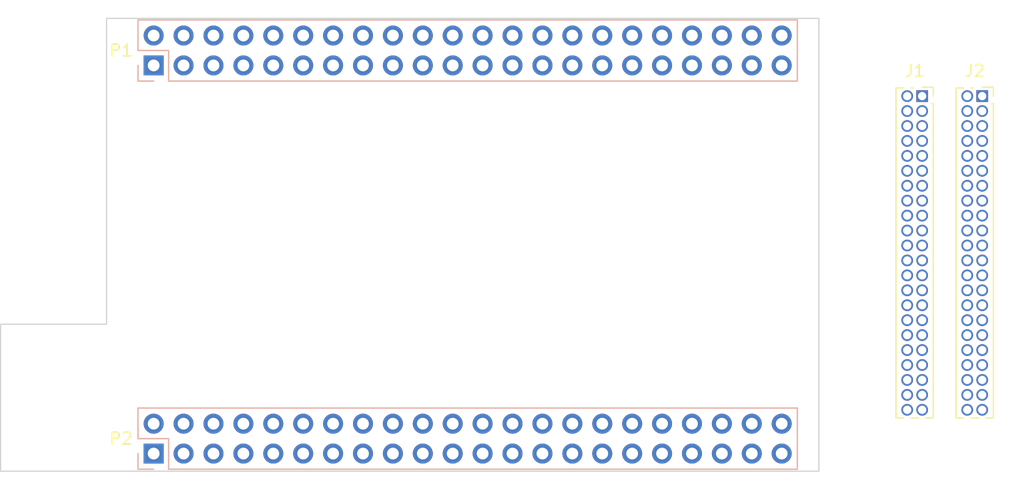
<source format=kicad_pcb>
(kicad_pcb (version 20241229) (generator "pcbnew") (generator_version "9.0")
  (layers (0 "F.Cu" signal) (2 "B.Cu" signal) (13 "F.Paste" user) (15 "B.Paste" user) (5 "F.SilkS" user "F.Silkscreen") (7 "B.SilkS" user "B.Silkscreen") (1 "F.Mask" user) (3 "B.Mask" user) (25 "Edge.Cuts" user))
  (net 0 "")
  (net 2 "GND")
  (net 15 "VCC")
  (net 79 "P77")
  (net 80 "P76")
  (net 81 "P3")
  (net 82 "P85")
  (net 83 "P83")
  (net 84 "P97")
  (net 85 "P17")
  (net 86 "P5")
  (net 87 "P6")
  (net 88 "P82")
  (net 89 "P2")
  (net 90 "P75")
  (net 91 "P96")
  (net 92 "P86")
  (net 93 "P78")
  (net 94 "P84")
  (net 95 "P19")
  (net 96 "P100")
  (net 97 "P21")
  (net 98 "P88")
  (net 99 "P92")
  (net 100 "P20")
  (net 101 "P15")
  (net 102 "P98")
  (net 103 "P8")
  (net 104 "P74")
  (net 105 "P87")
  (net 106 "P90")
  (net 107 "P4")
  (net 108 "P12")
  (net 109 "P18")
  (net 110 "P16")
  (net 111 "P89")
  (net 112 "P14")
  (net 113 "P81")
  (net 114 "P7")
  (net 115 "P1")
  (net 116 "P91")
  (net 117 "P99")
  (net 118 "P95")
  (net 119 "P69")
  (net 120 "P40")
  (net 121 "P39")
  (net 122 "P27")
  (net 123 "P48")
  (net 124 "P42")
  (net 125 "P44")
  (net 126 "P62")
  (net 127 "P47")
  (net 128 "P52")
  (net 129 "P59")
  (net 130 "P51")
  (net 131 "P34")
  (net 132 "P33")
  (net 133 "P36")
  (net 134 "P67")
  (net 135 "P35")
  (net 136 "P57")
  (net 137 "P28")
  (net 138 "P26")
  (net 139 "P41")
  (net 140 "P56")
  (net 141 "P53")
  (net 142 "P37")
  (net 143 "P72")
  (net 144 "P73")
  (net 145 "P49")
  (net 146 "P66")
  (net 147 "P38")
  (net 148 "P70")
  (net 149 "P71")
  (net 150 "P29")
  (net 151 "P30")
  (net 152 "P68")
  (net 153 "P43")
  (net 154 "P58")
  (net 155 "P50")
  (net 156 "P55")
  (net 157 "P54")
  (net 158 "P64")
  (footprint "Connector_PinSocket_1.27mm:PinSocket_2x22_P1.27mm_Vertical" (layer "F.Cu") (at 128.27 118.11)
    (property "Reference" "J1" (at -0.635 -2.135 0) (layer "F.SilkS"))
    (property "Value" "Conn_2x22")
    (fp_line (start -2.22 -0.695) (end -2.22 27.365) (stroke (width 0.12)) (layer "F.SilkS"))
    (fp_line (start -2.22 -0.695) (end -1.57753 -0.695) (stroke (width 0.12)) (layer "F.SilkS"))
    (fp_line (start -2.22 27.365) (end -1.57753 27.365) (stroke (width 0.12)) (layer "F.SilkS"))
    (fp_line (start -0.96247 -0.695) (end -0.76 -0.695) (stroke (width 0.12)) (layer "F.SilkS"))
    (fp_line (start -0.96247 27.365) (end -0.30753 27.365) (stroke (width 0.12)) (layer "F.SilkS"))
    (fp_line (start 0 -0.76) (end 0.95 -0.76) (stroke (width 0.12)) (layer "F.SilkS"))
    (fp_line (start 0.30753 27.365) (end 0.95 27.365) (stroke (width 0.12)) (layer "F.SilkS"))
    (fp_line (start 0.76 0.635) (end 0.95 0.635) (stroke (width 0.12)) (layer "F.SilkS"))
    (fp_line (start 0.95 -0.76) (end 0.95 0) (stroke (width 0.12)) (layer "F.SilkS"))
    (fp_line (start 0.95 0.635) (end 0.95 27.365) (stroke (width 0.12)) (layer "F.SilkS"))
    (pad "1" thru_hole rect (at 0 0) (size 1 1) (drill 0.7) (layers "*.Cu" "*.Mask") (net 15 "VCC"))
    (pad "2" thru_hole circle (at -1.27 0) (size 1 1) (drill 0.7) (layers "*.Cu" "*.Mask") (net 2 "GND"))
    (pad "3" thru_hole circle (at 0 1.27) (size 1 1) (drill 0.7) (layers "*.Cu" "*.Mask") (net 97 "P21"))
    (pad "4" thru_hole circle (at -1.27 1.27) (size 1 1) (drill 0.7) (layers "*.Cu" "*.Mask") (net 100 "P20"))
    (pad "5" thru_hole circle (at 0 2.54) (size 1 1) (drill 0.7) (layers "*.Cu" "*.Mask") (net 95 "P19"))
    (pad "6" thru_hole circle (at -1.27 2.54) (size 1 1) (drill 0.7) (layers "*.Cu" "*.Mask") (net 109 "P18"))
    (pad "7" thru_hole circle (at 0 3.81) (size 1 1) (drill 0.7) (layers "*.Cu" "*.Mask") (net 85 "P17"))
    (pad "8" thru_hole circle (at -1.27 3.81) (size 1 1) (drill 0.7) (layers "*.Cu" "*.Mask") (net 110 "P16"))
    (pad "9" thru_hole circle (at 0 5.08) (size 1 1) (drill 0.7) (layers "*.Cu" "*.Mask") (net 101 "P15"))
    (pad "10" thru_hole circle (at -1.27 5.08) (size 1 1) (drill 0.7) (layers "*.Cu" "*.Mask") (net 112 "P14"))
    (pad "11" thru_hole circle (at 0 6.35) (size 1 1) (drill 0.7) (layers "*.Cu" "*.Mask") (net 108 "P12"))
    (pad "12" thru_hole circle (at -1.27 6.35) (size 1 1) (drill 0.7) (layers "*.Cu" "*.Mask") (net 103 "P8"))
    (pad "13" thru_hole circle (at 0 7.62) (size 1 1) (drill 0.7) (layers "*.Cu" "*.Mask") (net 114 "P7"))
    (pad "14" thru_hole circle (at -1.27 7.62) (size 1 1) (drill 0.7) (layers "*.Cu" "*.Mask") (net 87 "P6"))
    (pad "15" thru_hole circle (at 0 8.89) (size 1 1) (drill 0.7) (layers "*.Cu" "*.Mask") (net 86 "P5"))
    (pad "16" thru_hole circle (at -1.27 8.89) (size 1 1) (drill 0.7) (layers "*.Cu" "*.Mask") (net 107 "P4"))
    (pad "17" thru_hole circle (at 0 10.16) (size 1 1) (drill 0.7) (layers "*.Cu" "*.Mask") (net 81 "P3"))
    (pad "18" thru_hole circle (at -1.27 10.16) (size 1 1) (drill 0.7) (layers "*.Cu" "*.Mask") (net 89 "P2"))
    (pad "19" thru_hole circle (at 0 11.43) (size 1 1) (drill 0.7) (layers "*.Cu" "*.Mask") (net 115 "P1"))
    (pad "20" thru_hole circle (at -1.27 11.43) (size 1 1) (drill 0.7) (layers "*.Cu" "*.Mask") (net 96 "P100"))
    (pad "21" thru_hole circle (at 0 12.7) (size 1 1) (drill 0.7) (layers "*.Cu" "*.Mask") (net 117 "P99"))
    (pad "22" thru_hole circle (at -1.27 12.7) (size 1 1) (drill 0.7) (layers "*.Cu" "*.Mask") (net 102 "P98"))
    (pad "23" thru_hole circle (at 0 13.97) (size 1 1) (drill 0.7) (layers "*.Cu" "*.Mask") (net 84 "P97"))
    (pad "24" thru_hole circle (at -1.27 13.97) (size 1 1) (drill 0.7) (layers "*.Cu" "*.Mask") (net 91 "P96"))
    (pad "25" thru_hole circle (at 0 15.24) (size 1 1) (drill 0.7) (layers "*.Cu" "*.Mask") (net 118 "P95"))
    (pad "26" thru_hole circle (at -1.27 15.24) (size 1 1) (drill 0.7) (layers "*.Cu" "*.Mask") (net 99 "P92"))
    (pad "27" thru_hole circle (at 0 16.51) (size 1 1) (drill 0.7) (layers "*.Cu" "*.Mask") (net 116 "P91"))
    (pad "28" thru_hole circle (at -1.27 16.51) (size 1 1) (drill 0.7) (layers "*.Cu" "*.Mask") (net 106 "P90"))
    (pad "29" thru_hole circle (at 0 17.78) (size 1 1) (drill 0.7) (layers "*.Cu" "*.Mask") (net 111 "P89"))
    (pad "30" thru_hole circle (at -1.27 17.78) (size 1 1) (drill 0.7) (layers "*.Cu" "*.Mask") (net 98 "P88"))
    (pad "31" thru_hole circle (at 0 19.05) (size 1 1) (drill 0.7) (layers "*.Cu" "*.Mask") (net 105 "P87"))
    (pad "32" thru_hole circle (at -1.27 19.05) (size 1 1) (drill 0.7) (layers "*.Cu" "*.Mask") (net 92 "P86"))
    (pad "33" thru_hole circle (at 0 20.32) (size 1 1) (drill 0.7) (layers "*.Cu" "*.Mask") (net 82 "P85"))
    (pad "34" thru_hole circle (at -1.27 20.32) (size 1 1) (drill 0.7) (layers "*.Cu" "*.Mask") (net 94 "P84"))
    (pad "35" thru_hole circle (at 0 21.59) (size 1 1) (drill 0.7) (layers "*.Cu" "*.Mask") (net 83 "P83"))
    (pad "36" thru_hole circle (at -1.27 21.59) (size 1 1) (drill 0.7) (layers "*.Cu" "*.Mask") (net 88 "P82"))
    (pad "37" thru_hole circle (at 0 22.86) (size 1 1) (drill 0.7) (layers "*.Cu" "*.Mask") (net 113 "P81"))
    (pad "38" thru_hole circle (at -1.27 22.86) (size 1 1) (drill 0.7) (layers "*.Cu" "*.Mask") (net 93 "P78"))
    (pad "39" thru_hole circle (at 0 24.13) (size 1 1) (drill 0.7) (layers "*.Cu" "*.Mask") (net 79 "P77"))
    (pad "40" thru_hole circle (at -1.27 24.13) (size 1 1) (drill 0.7) (layers "*.Cu" "*.Mask") (net 80 "P76"))
    (pad "41" thru_hole circle (at 0 25.4) (size 1 1) (drill 0.7) (layers "*.Cu" "*.Mask") (net 90 "P75"))
    (pad "42" thru_hole circle (at -1.27 25.4) (size 1 1) (drill 0.7) (layers "*.Cu" "*.Mask") (net 104 "P74"))
    (pad "43" thru_hole circle (at 0 26.67) (size 1 1) (drill 0.7) (layers "*.Cu" "*.Mask") (net 2 "GND"))
    (pad "44" thru_hole circle (at -1.27 26.67) (size 1 1) (drill 0.7) (layers "*.Cu" "*.Mask") (net 2 "GND"))
  )
  (footprint "Connector_PinSocket_1.27mm:PinSocket_2x22_P1.27mm_Vertical" (layer "F.Cu") (at 133.37 118.11)
    (property "Reference" "J2" (at -0.635 -2.135 0) (layer "F.SilkS"))
    (property "Value" "Conn_2x22")
    (fp_line (start -2.22 -0.695) (end -2.22 27.365) (stroke (width 0.12)) (layer "F.SilkS"))
    (fp_line (start -2.22 -0.695) (end -1.57753 -0.695) (stroke (width 0.12)) (layer "F.SilkS"))
    (fp_line (start -2.22 27.365) (end -1.57753 27.365) (stroke (width 0.12)) (layer "F.SilkS"))
    (fp_line (start -0.96247 -0.695) (end -0.76 -0.695) (stroke (width 0.12)) (layer "F.SilkS"))
    (fp_line (start -0.96247 27.365) (end -0.30753 27.365) (stroke (width 0.12)) (layer "F.SilkS"))
    (fp_line (start 0 -0.76) (end 0.95 -0.76) (stroke (width 0.12)) (layer "F.SilkS"))
    (fp_line (start 0.30753 27.365) (end 0.95 27.365) (stroke (width 0.12)) (layer "F.SilkS"))
    (fp_line (start 0.76 0.635) (end 0.95 0.635) (stroke (width 0.12)) (layer "F.SilkS"))
    (fp_line (start 0.95 -0.76) (end 0.95 0) (stroke (width 0.12)) (layer "F.SilkS"))
    (fp_line (start 0.95 0.635) (end 0.95 27.365) (stroke (width 0.12)) (layer "F.SilkS"))
    (pad "1" thru_hole rect (at 0 0) (size 1 1) (drill 0.7) (layers "*.Cu" "*.Mask") (net 15 "VCC"))
    (pad "2" thru_hole circle (at -1.27 0) (size 1 1) (drill 0.7) (layers "*.Cu" "*.Mask") (net 2 "GND"))
    (pad "3" thru_hole circle (at 0 1.27) (size 1 1) (drill 0.7) (layers "*.Cu" "*.Mask") (net 138 "P26"))
    (pad "4" thru_hole circle (at -1.27 1.27) (size 1 1) (drill 0.7) (layers "*.Cu" "*.Mask") (net 122 "P27"))
    (pad "5" thru_hole circle (at 0 2.54) (size 1 1) (drill 0.7) (layers "*.Cu" "*.Mask") (net 137 "P28"))
    (pad "6" thru_hole circle (at -1.27 2.54) (size 1 1) (drill 0.7) (layers "*.Cu" "*.Mask") (net 150 "P29"))
    (pad "7" thru_hole circle (at 0 3.81) (size 1 1) (drill 0.7) (layers "*.Cu" "*.Mask") (net 151 "P30"))
    (pad "8" thru_hole circle (at -1.27 3.81) (size 1 1) (drill 0.7) (layers "*.Cu" "*.Mask") (net 132 "P33"))
    (pad "9" thru_hole circle (at 0 5.08) (size 1 1) (drill 0.7) (layers "*.Cu" "*.Mask") (net 131 "P34"))
    (pad "10" thru_hole circle (at -1.27 5.08) (size 1 1) (drill 0.7) (layers "*.Cu" "*.Mask") (net 135 "P35"))
    (pad "11" thru_hole circle (at 0 6.35) (size 1 1) (drill 0.7) (layers "*.Cu" "*.Mask") (net 133 "P36"))
    (pad "12" thru_hole circle (at -1.27 6.35) (size 1 1) (drill 0.7) (layers "*.Cu" "*.Mask") (net 142 "P37"))
    (pad "13" thru_hole circle (at 0 7.62) (size 1 1) (drill 0.7) (layers "*.Cu" "*.Mask") (net 147 "P38"))
    (pad "14" thru_hole circle (at -1.27 7.62) (size 1 1) (drill 0.7) (layers "*.Cu" "*.Mask") (net 121 "P39"))
    (pad "15" thru_hole circle (at 0 8.89) (size 1 1) (drill 0.7) (layers "*.Cu" "*.Mask") (net 120 "P40"))
    (pad "16" thru_hole circle (at -1.27 8.89) (size 1 1) (drill 0.7) (layers "*.Cu" "*.Mask") (net 139 "P41"))
    (pad "17" thru_hole circle (at 0 10.16) (size 1 1) (drill 0.7) (layers "*.Cu" "*.Mask") (net 124 "P42"))
    (pad "18" thru_hole circle (at -1.27 10.16) (size 1 1) (drill 0.7) (layers "*.Cu" "*.Mask") (net 153 "P43"))
    (pad "19" thru_hole circle (at 0 11.43) (size 1 1) (drill 0.7) (layers "*.Cu" "*.Mask") (net 125 "P44"))
    (pad "20" thru_hole circle (at -1.27 11.43) (size 1 1) (drill 0.7) (layers "*.Cu" "*.Mask") (net 127 "P47"))
    (pad "21" thru_hole circle (at 0 12.7) (size 1 1) (drill 0.7) (layers "*.Cu" "*.Mask") (net 123 "P48"))
    (pad "22" thru_hole circle (at -1.27 12.7) (size 1 1) (drill 0.7) (layers "*.Cu" "*.Mask") (net 145 "P49"))
    (pad "23" thru_hole circle (at 0 13.97) (size 1 1) (drill 0.7) (layers "*.Cu" "*.Mask") (net 155 "P50"))
    (pad "24" thru_hole circle (at -1.27 13.97) (size 1 1) (drill 0.7) (layers "*.Cu" "*.Mask") (net 130 "P51"))
    (pad "25" thru_hole circle (at 0 15.24) (size 1 1) (drill 0.7) (layers "*.Cu" "*.Mask") (net 128 "P52"))
    (pad "26" thru_hole circle (at -1.27 15.24) (size 1 1) (drill 0.7) (layers "*.Cu" "*.Mask") (net 141 "P53"))
    (pad "27" thru_hole circle (at 0 16.51) (size 1 1) (drill 0.7) (layers "*.Cu" "*.Mask") (net 157 "P54"))
    (pad "28" thru_hole circle (at -1.27 16.51) (size 1 1) (drill 0.7) (layers "*.Cu" "*.Mask") (net 156 "P55"))
    (pad "29" thru_hole circle (at 0 17.78) (size 1 1) (drill 0.7) (layers "*.Cu" "*.Mask") (net 140 "P56"))
    (pad "30" thru_hole circle (at -1.27 17.78) (size 1 1) (drill 0.7) (layers "*.Cu" "*.Mask") (net 136 "P57"))
    (pad "31" thru_hole circle (at 0 19.05) (size 1 1) (drill 0.7) (layers "*.Cu" "*.Mask") (net 154 "P58"))
    (pad "32" thru_hole circle (at -1.27 19.05) (size 1 1) (drill 0.7) (layers "*.Cu" "*.Mask") (net 129 "P59"))
    (pad "33" thru_hole circle (at 0 20.32) (size 1 1) (drill 0.7) (layers "*.Cu" "*.Mask") (net 126 "P62"))
    (pad "34" thru_hole circle (at -1.27 20.32) (size 1 1) (drill 0.7) (layers "*.Cu" "*.Mask") (net 158 "P64"))
    (pad "35" thru_hole circle (at 0 21.59) (size 1 1) (drill 0.7) (layers "*.Cu" "*.Mask") (net 146 "P66"))
    (pad "36" thru_hole circle (at -1.27 21.59) (size 1 1) (drill 0.7) (layers "*.Cu" "*.Mask") (net 134 "P67"))
    (pad "37" thru_hole circle (at 0 22.86) (size 1 1) (drill 0.7) (layers "*.Cu" "*.Mask") (net 152 "P68"))
    (pad "38" thru_hole circle (at -1.27 22.86) (size 1 1) (drill 0.7) (layers "*.Cu" "*.Mask") (net 119 "P69"))
    (pad "39" thru_hole circle (at 0 24.13) (size 1 1) (drill 0.7) (layers "*.Cu" "*.Mask") (net 148 "P70"))
    (pad "40" thru_hole circle (at -1.27 24.13) (size 1 1) (drill 0.7) (layers "*.Cu" "*.Mask") (net 149 "P71"))
    (pad "41" thru_hole circle (at 0 25.4) (size 1 1) (drill 0.7) (layers "*.Cu" "*.Mask") (net 143 "P72"))
    (pad "42" thru_hole circle (at -1.27 25.4) (size 1 1) (drill 0.7) (layers "*.Cu" "*.Mask") (net 144 "P73"))
    (pad "43" thru_hole circle (at 0 26.67) (size 1 1) (drill 0.7) (layers "*.Cu" "*.Mask") (net 2 "GND"))
    (pad "44" thru_hole circle (at -1.27 26.67) (size 1 1) (drill 0.7) (layers "*.Cu" "*.Mask") (net 2 "GND"))
  )
  (footprint "Connector_PinSocket_2.54mm:PinSocket_2x22_P2.54mm_Vertical" (layer "B.Cu") (at 63 148.5 -90)
    (property "Reference" "P2" (at -1.27 2.77 0) (layer "F.SilkS"))
    (property "Value" "Conn02x21")
    (fp_line (start -1.27 1.33) (end -3.87 1.33) (stroke (width 0.12)) (layer "B.SilkS"))
    (fp_line (start 1.33 1.33) (end 0 1.33) (stroke (width 0.12)) (layer "B.SilkS"))
    (fp_line (start 1.33 0) (end 1.33 1.33) (stroke (width 0.12)) (layer "B.SilkS"))
    (fp_line (start -1.27 -1.27) (end -1.27 1.33) (stroke (width 0.12)) (layer "B.SilkS"))
    (fp_line (start 1.33 -1.27) (end -1.27 -1.27) (stroke (width 0.12)) (layer "B.SilkS"))
    (fp_line (start -3.87 -54.67) (end -3.87 1.33) (stroke (width 0.12)) (layer "B.SilkS"))
    (fp_line (start 1.33 -54.67) (end 1.33 -1.27) (stroke (width 0.12)) (layer "B.SilkS"))
    (fp_line (start 1.33 -54.67) (end -3.87 -54.67) (stroke (width 0.12)) (layer "B.SilkS"))
    (pad "1" thru_hole rect (at 0 0 270) (size 1.7 1.7) (drill 1) (layers "*.Cu" "*.Mask") (net 2 "GND"))
    (pad "2" thru_hole oval (at -2.54 0 270) (size 1.7 1.7) (drill 1) (layers "*.Cu" "*.Mask") (net 15 "VCC"))
    (pad "3" thru_hole oval (at 0 -2.54 270) (size 1.7 1.7) (drill 1) (layers "*.Cu" "*.Mask"))
    (pad "4" thru_hole oval (at -2.54 -2.54 270) (size 1.7 1.7) (drill 1) (layers "*.Cu" "*.Mask"))
    (pad "5" thru_hole oval (at 0 -5.08 270) (size 1.7 1.7) (drill 1) (layers "*.Cu" "*.Mask"))
    (pad "6" thru_hole oval (at -2.54 -5.08 270) (size 1.7 1.7) (drill 1) (layers "*.Cu" "*.Mask"))
    (pad "7" thru_hole oval (at 0 -7.62 270) (size 1.7 1.7) (drill 1) (layers "*.Cu" "*.Mask"))
    (pad "8" thru_hole oval (at -2.54 -7.62 270) (size 1.7 1.7) (drill 1) (layers "*.Cu" "*.Mask"))
    (pad "9" thru_hole oval (at 0 -10.16 270) (size 1.7 1.7) (drill 1) (layers "*.Cu" "*.Mask"))
    (pad "10" thru_hole oval (at -2.54 -10.16 270) (size 1.7 1.7) (drill 1) (layers "*.Cu" "*.Mask"))
    (pad "11" thru_hole oval (at 0 -12.7 270) (size 1.7 1.7) (drill 1) (layers "*.Cu" "*.Mask"))
    (pad "12" thru_hole oval (at -2.54 -12.7 270) (size 1.7 1.7) (drill 1) (layers "*.Cu" "*.Mask"))
    (pad "13" thru_hole oval (at 0 -15.24 270) (size 1.7 1.7) (drill 1) (layers "*.Cu" "*.Mask"))
    (pad "14" thru_hole oval (at -2.54 -15.24 270) (size 1.7 1.7) (drill 1) (layers "*.Cu" "*.Mask"))
    (pad "15" thru_hole oval (at 0 -17.78 270) (size 1.7 1.7) (drill 1) (layers "*.Cu" "*.Mask"))
    (pad "16" thru_hole oval (at -2.54 -17.78 270) (size 1.7 1.7) (drill 1) (layers "*.Cu" "*.Mask"))
    (pad "17" thru_hole oval (at 0 -20.32 270) (size 1.7 1.7) (drill 1) (layers "*.Cu" "*.Mask"))
    (pad "18" thru_hole oval (at -2.54 -20.32 270) (size 1.7 1.7) (drill 1) (layers "*.Cu" "*.Mask"))
    (pad "19" thru_hole oval (at 0 -22.86 270) (size 1.7 1.7) (drill 1) (layers "*.Cu" "*.Mask"))
    (pad "20" thru_hole oval (at -2.54 -22.86 270) (size 1.7 1.7) (drill 1) (layers "*.Cu" "*.Mask"))
    (pad "21" thru_hole oval (at 0 -25.4 270) (size 1.7 1.7) (drill 1) (layers "*.Cu" "*.Mask"))
    (pad "22" thru_hole oval (at -2.54 -25.4 270) (size 1.7 1.7) (drill 1) (layers "*.Cu" "*.Mask"))
    (pad "23" thru_hole oval (at 0 -27.94 270) (size 1.7 1.7) (drill 1) (layers "*.Cu" "*.Mask"))
    (pad "24" thru_hole oval (at -2.54 -27.94 270) (size 1.7 1.7) (drill 1) (layers "*.Cu" "*.Mask"))
    (pad "25" thru_hole oval (at 0 -30.48 270) (size 1.7 1.7) (drill 1) (layers "*.Cu" "*.Mask"))
    (pad "26" thru_hole oval (at -2.54 -30.48 270) (size 1.7 1.7) (drill 1) (layers "*.Cu" "*.Mask"))
    (pad "27" thru_hole oval (at 0 -33.02 270) (size 1.7 1.7) (drill 1) (layers "*.Cu" "*.Mask"))
    (pad "28" thru_hole oval (at -2.54 -33.02 270) (size 1.7 1.7) (drill 1) (layers "*.Cu" "*.Mask"))
    (pad "29" thru_hole oval (at 0 -35.56 270) (size 1.7 1.7) (drill 1) (layers "*.Cu" "*.Mask"))
    (pad "30" thru_hole oval (at -2.54 -35.56 270) (size 1.7 1.7) (drill 1) (layers "*.Cu" "*.Mask"))
    (pad "31" thru_hole oval (at 0 -38.1 270) (size 1.7 1.7) (drill 1) (layers "*.Cu" "*.Mask"))
    (pad "32" thru_hole oval (at -2.54 -38.1 270) (size 1.7 1.7) (drill 1) (layers "*.Cu" "*.Mask"))
    (pad "33" thru_hole oval (at 0 -40.64 270) (size 1.7 1.7) (drill 1) (layers "*.Cu" "*.Mask"))
    (pad "34" thru_hole oval (at -2.54 -40.64 270) (size 1.7 1.7) (drill 1) (layers "*.Cu" "*.Mask"))
    (pad "35" thru_hole oval (at 0 -43.18 270) (size 1.7 1.7) (drill 1) (layers "*.Cu" "*.Mask"))
    (pad "36" thru_hole oval (at -2.54 -43.18 270) (size 1.7 1.7) (drill 1) (layers "*.Cu" "*.Mask"))
    (pad "37" thru_hole oval (at 0 -45.72 270) (size 1.7 1.7) (drill 1) (layers "*.Cu" "*.Mask"))
    (pad "38" thru_hole oval (at -2.54 -45.72 270) (size 1.7 1.7) (drill 1) (layers "*.Cu" "*.Mask"))
    (pad "39" thru_hole oval (at 0 -48.26 270) (size 1.7 1.7) (drill 1) (layers "*.Cu" "*.Mask"))
    (pad "40" thru_hole oval (at -2.54 -48.26 270) (size 1.7 1.7) (drill 1) (layers "*.Cu" "*.Mask"))
    (pad "41" thru_hole oval (at 0 -50.8 270) (size 1.7 1.7) (drill 1) (layers "*.Cu" "*.Mask") (net 2 "GND"))
    (pad "42" thru_hole oval (at -2.54 -50.8 270) (size 1.7 1.7) (drill 1) (layers "*.Cu" "*.Mask") (net 2 "GND"))
    (pad "43" thru_hole oval (at 0 -53.34 270) (size 1.7 1.7) (drill 1) (layers "*.Cu" "*.Mask"))
    (pad "44" thru_hole oval (at -2.54 -53.34 270) (size 1.7 1.7) (drill 1) (layers "*.Cu" "*.Mask"))
  )
  (footprint "Connector_PinSocket_2.54mm:PinSocket_2x22_P2.54mm_Vertical" (layer "B.Cu") (at 63 115.5 -90)
    (property "Reference" "P1" (at -1.27 2.77 0) (layer "F.SilkS"))
    (property "Value" "Conn02x21")
    (fp_line (start -1.27 1.33) (end -3.87 1.33) (stroke (width 0.12)) (layer "B.SilkS"))
    (fp_line (start 1.33 1.33) (end 0 1.33) (stroke (width 0.12)) (layer "B.SilkS"))
    (fp_line (start 1.33 0) (end 1.33 1.33) (stroke (width 0.12)) (layer "B.SilkS"))
    (fp_line (start -1.27 -1.27) (end -1.27 1.33) (stroke (width 0.12)) (layer "B.SilkS"))
    (fp_line (start 1.33 -1.27) (end -1.27 -1.27) (stroke (width 0.12)) (layer "B.SilkS"))
    (fp_line (start -3.87 -54.67) (end -3.87 1.33) (stroke (width 0.12)) (layer "B.SilkS"))
    (fp_line (start 1.33 -54.67) (end 1.33 -1.27) (stroke (width 0.12)) (layer "B.SilkS"))
    (fp_line (start 1.33 -54.67) (end -3.87 -54.67) (stroke (width 0.12)) (layer "B.SilkS"))
    (pad "1" thru_hole rect (at 0 0 270) (size 1.7 1.7) (drill 1) (layers "*.Cu" "*.Mask") (net 2 "GND"))
    (pad "2" thru_hole oval (at -2.54 0 270) (size 1.7 1.7) (drill 1) (layers "*.Cu" "*.Mask") (net 15 "VCC"))
    (pad "3" thru_hole oval (at 0 -2.54 270) (size 1.7 1.7) (drill 1) (layers "*.Cu" "*.Mask"))
    (pad "4" thru_hole oval (at -2.54 -2.54 270) (size 1.7 1.7) (drill 1) (layers "*.Cu" "*.Mask"))
    (pad "5" thru_hole oval (at 0 -5.08 270) (size 1.7 1.7) (drill 1) (layers "*.Cu" "*.Mask"))
    (pad "6" thru_hole oval (at -2.54 -5.08 270) (size 1.7 1.7) (drill 1) (layers "*.Cu" "*.Mask"))
    (pad "7" thru_hole oval (at 0 -7.62 270) (size 1.7 1.7) (drill 1) (layers "*.Cu" "*.Mask"))
    (pad "8" thru_hole oval (at -2.54 -7.62 270) (size 1.7 1.7) (drill 1) (layers "*.Cu" "*.Mask"))
    (pad "9" thru_hole oval (at 0 -10.16 270) (size 1.7 1.7) (drill 1) (layers "*.Cu" "*.Mask"))
    (pad "10" thru_hole oval (at -2.54 -10.16 270) (size 1.7 1.7) (drill 1) (layers "*.Cu" "*.Mask"))
    (pad "11" thru_hole oval (at 0 -12.7 270) (size 1.7 1.7) (drill 1) (layers "*.Cu" "*.Mask"))
    (pad "12" thru_hole oval (at -2.54 -12.7 270) (size 1.7 1.7) (drill 1) (layers "*.Cu" "*.Mask"))
    (pad "13" thru_hole oval (at 0 -15.24 270) (size 1.7 1.7) (drill 1) (layers "*.Cu" "*.Mask"))
    (pad "14" thru_hole oval (at -2.54 -15.24 270) (size 1.7 1.7) (drill 1) (layers "*.Cu" "*.Mask"))
    (pad "15" thru_hole oval (at 0 -17.78 270) (size 1.7 1.7) (drill 1) (layers "*.Cu" "*.Mask"))
    (pad "16" thru_hole oval (at -2.54 -17.78 270) (size 1.7 1.7) (drill 1) (layers "*.Cu" "*.Mask"))
    (pad "17" thru_hole oval (at 0 -20.32 270) (size 1.7 1.7) (drill 1) (layers "*.Cu" "*.Mask"))
    (pad "18" thru_hole oval (at -2.54 -20.32 270) (size 1.7 1.7) (drill 1) (layers "*.Cu" "*.Mask"))
    (pad "19" thru_hole oval (at 0 -22.86 270) (size 1.7 1.7) (drill 1) (layers "*.Cu" "*.Mask"))
    (pad "20" thru_hole oval (at -2.54 -22.86 270) (size 1.7 1.7) (drill 1) (layers "*.Cu" "*.Mask"))
    (pad "21" thru_hole oval (at 0 -25.4 270) (size 1.7 1.7) (drill 1) (layers "*.Cu" "*.Mask"))
    (pad "22" thru_hole oval (at -2.54 -25.4 270) (size 1.7 1.7) (drill 1) (layers "*.Cu" "*.Mask"))
    (pad "23" thru_hole oval (at 0 -27.94 270) (size 1.7 1.7) (drill 1) (layers "*.Cu" "*.Mask"))
    (pad "24" thru_hole oval (at -2.54 -27.94 270) (size 1.7 1.7) (drill 1) (layers "*.Cu" "*.Mask"))
    (pad "25" thru_hole oval (at 0 -30.48 270) (size 1.7 1.7) (drill 1) (layers "*.Cu" "*.Mask"))
    (pad "26" thru_hole oval (at -2.54 -30.48 270) (size 1.7 1.7) (drill 1) (layers "*.Cu" "*.Mask"))
    (pad "27" thru_hole oval (at 0 -33.02 270) (size 1.7 1.7) (drill 1) (layers "*.Cu" "*.Mask"))
    (pad "28" thru_hole oval (at -2.54 -33.02 270) (size 1.7 1.7) (drill 1) (layers "*.Cu" "*.Mask"))
    (pad "29" thru_hole oval (at 0 -35.56 270) (size 1.7 1.7) (drill 1) (layers "*.Cu" "*.Mask"))
    (pad "30" thru_hole oval (at -2.54 -35.56 270) (size 1.7 1.7) (drill 1) (layers "*.Cu" "*.Mask"))
    (pad "31" thru_hole oval (at 0 -38.1 270) (size 1.7 1.7) (drill 1) (layers "*.Cu" "*.Mask"))
    (pad "32" thru_hole oval (at -2.54 -38.1 270) (size 1.7 1.7) (drill 1) (layers "*.Cu" "*.Mask"))
    (pad "33" thru_hole oval (at 0 -40.64 270) (size 1.7 1.7) (drill 1) (layers "*.Cu" "*.Mask"))
    (pad "34" thru_hole oval (at -2.54 -40.64 270) (size 1.7 1.7) (drill 1) (layers "*.Cu" "*.Mask"))
    (pad "35" thru_hole oval (at 0 -43.18 270) (size 1.7 1.7) (drill 1) (layers "*.Cu" "*.Mask"))
    (pad "36" thru_hole oval (at -2.54 -43.18 270) (size 1.7 1.7) (drill 1) (layers "*.Cu" "*.Mask"))
    (pad "37" thru_hole oval (at 0 -45.72 270) (size 1.7 1.7) (drill 1) (layers "*.Cu" "*.Mask"))
    (pad "38" thru_hole oval (at -2.54 -45.72 270) (size 1.7 1.7) (drill 1) (layers "*.Cu" "*.Mask"))
    (pad "39" thru_hole oval (at 0 -48.26 270) (size 1.7 1.7) (drill 1) (layers "*.Cu" "*.Mask"))
    (pad "40" thru_hole oval (at -2.54 -48.26 270) (size 1.7 1.7) (drill 1) (layers "*.Cu" "*.Mask"))
    (pad "41" thru_hole oval (at 0 -50.8 270) (size 1.7 1.7) (drill 1) (layers "*.Cu" "*.Mask") (net 2 "GND"))
    (pad "42" thru_hole oval (at -2.54 -50.8 270) (size 1.7 1.7) (drill 1) (layers "*.Cu" "*.Mask") (net 2 "GND"))
    (pad "43" thru_hole oval (at 0 -53.34 270) (size 1.7 1.7) (drill 1) (layers "*.Cu" "*.Mask"))
    (pad "44" thru_hole oval (at -2.54 -53.34 270) (size 1.7 1.7) (drill 1) (layers "*.Cu" "*.Mask"))
  )
  (gr_line (start 50 150) (end 119.5 150) (stroke (width 0.1)) (layer "Edge.Cuts"))
  (gr_line (start 50 137.5) (end 50 150) (stroke (width 0.1)) (layer "Edge.Cuts"))
  (gr_line (start 119.5 150) (end 119.5 111.5) (stroke (width 0.1)) (layer "Edge.Cuts"))
  (gr_line (start 59 111.5) (end 59 137.5) (stroke (width 0.1)) (layer "Edge.Cuts"))
  (gr_line (start 119.5 111.5) (end 59 111.5) (stroke (width 0.1)) (layer "Edge.Cuts"))
  (gr_line (start 50 137.5) (end 59 137.5) (stroke (width 0.1)) (layer "Edge.Cuts"))
)
</source>
